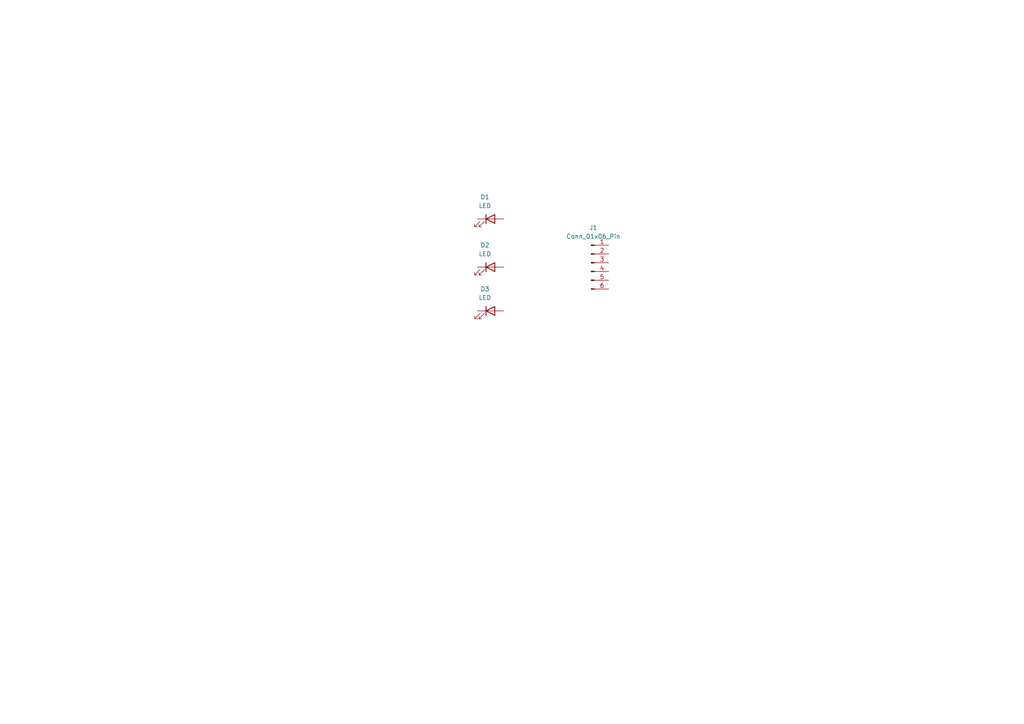
<source format=kicad_sch>
(kicad_sch (version 20231120) (generator "eeschema") (generator_version "8.0")
  (paper "A4")
  (lib_symbols
    (symbol "Connector:Conn_01x06_Pin" (pin_names (offset 1.016) hide)
      (property "Reference" "J" (at 0 7.62 0))
      (property "Value" "Conn_01x06_Pin" (at 0 -10.16 0))
      (symbol "Conn_01x06_Pin_1_1"
        (polyline (pts (xy 1.27 -7.62) (xy 0.8636 -7.62)) (stroke (width 0.1524)))
        (polyline (pts (xy 1.27 -5.08) (xy 0.8636 -5.08)) (stroke (width 0.1524)))
        (polyline (pts (xy 1.27 -2.54) (xy 0.8636 -2.54)) (stroke (width 0.1524)))
        (polyline (pts (xy 1.27 0) (xy 0.8636 0)) (stroke (width 0.1524)))
        (polyline (pts (xy 1.27 2.54) (xy 0.8636 2.54)) (stroke (width 0.1524)))
        (polyline (pts (xy 1.27 5.08) (xy 0.8636 5.08)) (stroke (width 0.1524)))
        (rectangle (start 0.8636 -7.493) (end 0 -7.747) (stroke (width 0.1524)) (fill (type outline)))
        (rectangle (start 0.8636 -4.953) (end 0 -5.207) (stroke (width 0.1524)) (fill (type outline)))
        (rectangle (start 0.8636 -2.413) (end 0 -2.667) (stroke (width 0.1524)) (fill (type outline)))
        (rectangle (start 0.8636 0.127) (end 0 -0.127) (stroke (width 0.1524)) (fill (type outline)))
        (rectangle (start 0.8636 2.667) (end 0 2.413) (stroke (width 0.1524)) (fill (type outline)))
        (rectangle (start 0.8636 5.207) (end 0 4.953) (stroke (width 0.1524)) (fill (type outline)))
        (pin passive line (at 5.08 5.08 180) (length 3.81) (name "Pin_1") (number "1"))
        (pin passive line (at 5.08 2.54 180) (length 3.81) (name "Pin_2") (number "2"))
        (pin passive line (at 5.08 0 180) (length 3.81) (name "Pin_3") (number "3"))
        (pin passive line (at 5.08 -2.54 180) (length 3.81) (name "Pin_4") (number "4"))
        (pin passive line (at 5.08 -5.08 180) (length 3.81) (name "Pin_5") (number "5"))
        (pin passive line (at 5.08 -7.62 180) (length 3.81) (name "Pin_6") (number "6"))
      )
    )
    (symbol "Device:LED" (pin_numbers hide) (pin_names (offset 1.016) hide)
      (property "Reference" "D" (at 0 2.54 0))
      (property "Value" "LED" (at 0 -2.54 0))
      (symbol "LED_0_1"
        (polyline (pts (xy -1.27 -1.27) (xy -1.27 1.27)) (stroke (width 0.254)))
        (polyline (pts (xy -1.27 0) (xy 1.27 0)))
        (polyline (pts (xy 1.27 -1.27) (xy 1.27 1.27) (xy -1.27 0) (xy 1.27 -1.27)) (stroke (width 0.254)))
        (polyline (pts (xy -3.048 -0.762) (xy -4.572 -2.286) (xy -3.81 -2.286) (xy -4.572 -2.286) (xy -4.572 -1.524)))
        (polyline (pts (xy -1.778 -0.762) (xy -3.302 -2.286) (xy -2.54 -2.286) (xy -3.302 -2.286) (xy -3.302 -1.524)))
      )
      (symbol "LED_1_1"
        (pin passive line (at -3.81 0 0) (length 2.54) (name "K") (number "1"))
        (pin passive line (at 3.81 0 180) (length 2.54) (name "A") (number "2"))
      )
    )
  )
  (symbol (lib_id "Device:LED") (at 142.24 63.5 0) (unit 1)
    (property "Reference" "D1" (at 140.6525 57.15 0))
    (property "Value" "LED" (at 140.6525 59.69 0))
    (property "Footprint" "LED_THT:LED_D5.0mm" (effects (hide yes)))
    (property "Description" "Light emitting diode" (effects (hide yes)))
  )
  (symbol (lib_id "Connector:Conn_01x06_Pin") (at 171.45 76.2 0) (unit 1)
    (property "Reference" "J1" (at 172.085 66.04 0))
    (property "Value" "Conn_01x06_Pin" (at 172.085 68.58 0))
    (property "Footprint" "Connector_PinHeader_2.54mm:PinHeader_1x06_P2.54mm_Horizontal" (effects (hide yes)))
    (property "Description" "Generic connector, single row, 01x06, script generated" (effects (hide yes)))
  )
  (symbol (lib_id "Device:LED") (at 142.24 77.47 0) (unit 1)
    (property "Reference" "D2" (at 140.6525 71.12 0))
    (property "Value" "LED" (at 140.6525 73.66 0))
    (property "Footprint" "LED_THT:LED_D5.0mm" (effects (hide yes)))
    (property "Description" "Light emitting diode" (effects (hide yes)))
  )
  (symbol (lib_id "Device:LED") (at 142.24 90.17 0) (unit 1)
    (property "Reference" "D3" (at 140.6525 83.82 0))
    (property "Value" "LED" (at 140.6525 86.36 0))
    (property "Footprint" "LED_THT:LED_D5.0mm" (effects (hide yes)))
    (property "Description" "Light emitting diode" (effects (hide yes)))
  )
)
</source>
